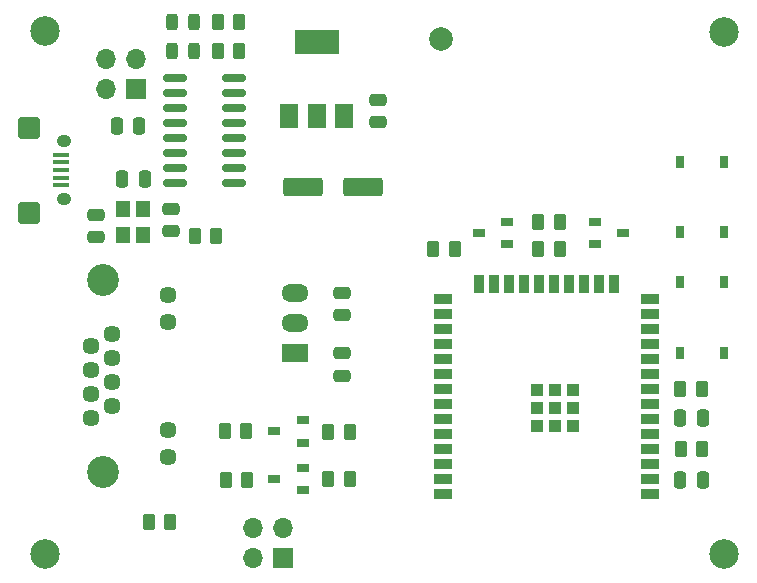
<source format=gts>
G04 #@! TF.GenerationSoftware,KiCad,Pcbnew,(6.0.1-0)*
G04 #@! TF.CreationDate,2022-04-29T09:17:41+02:00*
G04 #@! TF.ProjectId,ithowifi_4l,6974686f-7769-4666-995f-346c2e6b6963,rev?*
G04 #@! TF.SameCoordinates,Original*
G04 #@! TF.FileFunction,Soldermask,Top*
G04 #@! TF.FilePolarity,Negative*
%FSLAX46Y46*%
G04 Gerber Fmt 4.6, Leading zero omitted, Abs format (unit mm)*
G04 Created by KiCad (PCBNEW (6.0.1-0)) date 2022-04-29 09:17:41*
%MOMM*%
%LPD*%
G01*
G04 APERTURE LIST*
G04 Aperture macros list*
%AMRoundRect*
0 Rectangle with rounded corners*
0 $1 Rounding radius*
0 $2 $3 $4 $5 $6 $7 $8 $9 X,Y pos of 4 corners*
0 Add a 4 corners polygon primitive as box body*
4,1,4,$2,$3,$4,$5,$6,$7,$8,$9,$2,$3,0*
0 Add four circle primitives for the rounded corners*
1,1,$1+$1,$2,$3*
1,1,$1+$1,$4,$5*
1,1,$1+$1,$6,$7*
1,1,$1+$1,$8,$9*
0 Add four rect primitives between the rounded corners*
20,1,$1+$1,$2,$3,$4,$5,0*
20,1,$1+$1,$4,$5,$6,$7,0*
20,1,$1+$1,$6,$7,$8,$9,0*
20,1,$1+$1,$8,$9,$2,$3,0*%
G04 Aperture macros list end*
%ADD10R,1.500000X0.900000*%
%ADD11R,0.900000X1.500000*%
%ADD12R,1.050000X1.050000*%
%ADD13RoundRect,0.250000X0.262500X0.450000X-0.262500X0.450000X-0.262500X-0.450000X0.262500X-0.450000X0*%
%ADD14R,1.700000X1.700000*%
%ADD15O,1.700000X1.700000*%
%ADD16RoundRect,0.250000X-0.475000X0.250000X-0.475000X-0.250000X0.475000X-0.250000X0.475000X0.250000X0*%
%ADD17RoundRect,0.250000X-0.262500X-0.450000X0.262500X-0.450000X0.262500X0.450000X-0.262500X0.450000X0*%
%ADD18C,2.500000*%
%ADD19R,1.350000X0.400000*%
%ADD20RoundRect,0.273000X-0.677000X0.637000X-0.677000X-0.637000X0.677000X-0.637000X0.677000X0.637000X0*%
%ADD21O,1.250000X1.050000*%
%ADD22RoundRect,0.250000X0.250000X0.475000X-0.250000X0.475000X-0.250000X-0.475000X0.250000X-0.475000X0*%
%ADD23R,1.000000X0.700000*%
%ADD24R,1.500000X2.000000*%
%ADD25R,3.800000X2.000000*%
%ADD26R,2.300000X1.500000*%
%ADD27O,2.300000X1.500000*%
%ADD28C,1.446000*%
%ADD29C,2.700000*%
%ADD30RoundRect,0.250000X-1.412500X-0.550000X1.412500X-0.550000X1.412500X0.550000X-1.412500X0.550000X0*%
%ADD31RoundRect,0.250000X-0.250000X-0.475000X0.250000X-0.475000X0.250000X0.475000X-0.250000X0.475000X0*%
%ADD32R,0.750000X1.000000*%
%ADD33RoundRect,0.243750X-0.243750X-0.456250X0.243750X-0.456250X0.243750X0.456250X-0.243750X0.456250X0*%
%ADD34RoundRect,0.150000X-0.825000X-0.150000X0.825000X-0.150000X0.825000X0.150000X-0.825000X0.150000X0*%
%ADD35R,1.200000X1.400000*%
%ADD36C,2.000000*%
%ADD37RoundRect,0.250000X0.475000X-0.250000X0.475000X0.250000X-0.475000X0.250000X-0.475000X-0.250000X0*%
G04 APERTURE END LIST*
D10*
X106743200Y-148615406D03*
X106743200Y-147345406D03*
X106743200Y-146075406D03*
X106743200Y-144805406D03*
X106743200Y-143535406D03*
X106743200Y-142265406D03*
X106743200Y-140995406D03*
X106743200Y-139725406D03*
X106743200Y-138455406D03*
X106743200Y-137185406D03*
X106743200Y-135915406D03*
X106743200Y-134645406D03*
X106743200Y-133375406D03*
X106743200Y-132105406D03*
D11*
X103713200Y-130855406D03*
X102443200Y-130855406D03*
X101173200Y-130855406D03*
X99903200Y-130855406D03*
X98633200Y-130855406D03*
X97363200Y-130855406D03*
X96093200Y-130855406D03*
X94823200Y-130855406D03*
X93553200Y-130855406D03*
X92283200Y-130855406D03*
D10*
X89243200Y-132105406D03*
X89243200Y-133375406D03*
X89243200Y-134645406D03*
X89243200Y-135915406D03*
X89243200Y-137185406D03*
X89243200Y-138455406D03*
X89243200Y-139725406D03*
X89243200Y-140995406D03*
X89243200Y-142265406D03*
X89243200Y-143535406D03*
X89243200Y-144805406D03*
X89243200Y-146075406D03*
X89243200Y-147345406D03*
X89243200Y-148615406D03*
D12*
X98673200Y-141275406D03*
X97148200Y-139750406D03*
X100198200Y-141275406D03*
X100198200Y-139750406D03*
X97148200Y-142800406D03*
X100198200Y-142800406D03*
X98673200Y-139750406D03*
X97148200Y-141275406D03*
X98673200Y-142800406D03*
D13*
X111131500Y-139734000D03*
X109306500Y-139734000D03*
D14*
X75666600Y-154025600D03*
D15*
X73126600Y-154025600D03*
X75666600Y-151485600D03*
X73126600Y-151485600D03*
D16*
X80645000Y-131572000D03*
X80645000Y-133472000D03*
D17*
X109330000Y-144754600D03*
X111155000Y-144754600D03*
D13*
X90200000Y-127855000D03*
X88375000Y-127855000D03*
D18*
X55482000Y-109381000D03*
D19*
X56853200Y-119868000D03*
X56853200Y-120518000D03*
X56853200Y-121168000D03*
X56853200Y-121818000D03*
X56853200Y-122468000D03*
D20*
X54178200Y-124768000D03*
D21*
X57078200Y-123593000D03*
D20*
X54178200Y-117568000D03*
D21*
X57078200Y-118743000D03*
D22*
X111182000Y-147412500D03*
X109282000Y-147412500D03*
D23*
X77338202Y-144234092D03*
X77338202Y-142334092D03*
X74938202Y-143284092D03*
X77338200Y-148296600D03*
X77338200Y-146396600D03*
X74938200Y-147346600D03*
D17*
X79476200Y-147320000D03*
X81301200Y-147320000D03*
X79476200Y-143319500D03*
X81301200Y-143319500D03*
D13*
X72620700Y-147372000D03*
X70795700Y-147372000D03*
X70024000Y-126746000D03*
X68199000Y-126746000D03*
D24*
X76211400Y-116599500D03*
X78511400Y-116599500D03*
D25*
X78511400Y-110299500D03*
D24*
X80811400Y-116599500D03*
D13*
X66103300Y-150977600D03*
X64278300Y-150977600D03*
D26*
X76654900Y-136686000D03*
D27*
X76654900Y-134146000D03*
X76654900Y-131606000D03*
D18*
X113013000Y-109508000D03*
X113013000Y-153704000D03*
X55482000Y-153704000D03*
D28*
X59372500Y-142176500D03*
X61152500Y-141156500D03*
X59372500Y-140136500D03*
X61152500Y-139116500D03*
X59372500Y-138096500D03*
X61152500Y-137076500D03*
X59372500Y-136056500D03*
X61152500Y-135036500D03*
X65962500Y-145466500D03*
X65962500Y-143176500D03*
X65962500Y-134036500D03*
X65962500Y-131746500D03*
D29*
X60392500Y-130476500D03*
X60392500Y-146736500D03*
D13*
X72568200Y-143243500D03*
X70743200Y-143243500D03*
D16*
X80670400Y-136682400D03*
X80670400Y-138582400D03*
X83743800Y-115194000D03*
X83743800Y-117094000D03*
D13*
X99090000Y-127855000D03*
X97265000Y-127855000D03*
D23*
X94655000Y-127442000D03*
X94655000Y-125542000D03*
X92255000Y-126492000D03*
X102050000Y-125542000D03*
X102050000Y-127442000D03*
X104450000Y-126492000D03*
D30*
X77396300Y-122631200D03*
X82471300Y-122631200D03*
D17*
X97265000Y-125569000D03*
X99090000Y-125569000D03*
D31*
X109301200Y-142189200D03*
X111201200Y-142189200D03*
D32*
X109250000Y-130638011D03*
X109250000Y-136638011D03*
X113000000Y-136638011D03*
X113000000Y-130638011D03*
D22*
X63942000Y-121920000D03*
X62042000Y-121920000D03*
D16*
X66167000Y-124460000D03*
X66167000Y-126360000D03*
D14*
X63246000Y-114300000D03*
D15*
X60706000Y-114300000D03*
X63246000Y-111760000D03*
X60706000Y-111760000D03*
D22*
X63500000Y-117475000D03*
X61600000Y-117475000D03*
D33*
X66262000Y-108666000D03*
X68137000Y-108666000D03*
D13*
X71962000Y-111092000D03*
X70137000Y-111092000D03*
X71962000Y-108666000D03*
X70137000Y-108666000D03*
D34*
X66538400Y-113414600D03*
X66538400Y-114684600D03*
X66538400Y-115954600D03*
X66538400Y-117224600D03*
X66538400Y-118494600D03*
X66538400Y-119764600D03*
X66538400Y-121034600D03*
X66538400Y-122304600D03*
X71488400Y-122304600D03*
X71488400Y-121034600D03*
X71488400Y-119764600D03*
X71488400Y-118494600D03*
X71488400Y-117224600D03*
X71488400Y-115954600D03*
X71488400Y-114684600D03*
X71488400Y-113414600D03*
D35*
X62142000Y-124503000D03*
X62142000Y-126703000D03*
X63842000Y-126703000D03*
X63842000Y-124503000D03*
D36*
X89052400Y-110032800D03*
D33*
X66262000Y-111092000D03*
X68137000Y-111092000D03*
D37*
X59817000Y-126868000D03*
X59817000Y-124968000D03*
D32*
X112991593Y-126444000D03*
X112991593Y-120444000D03*
X109241593Y-126444000D03*
X109241593Y-120444000D03*
M02*

</source>
